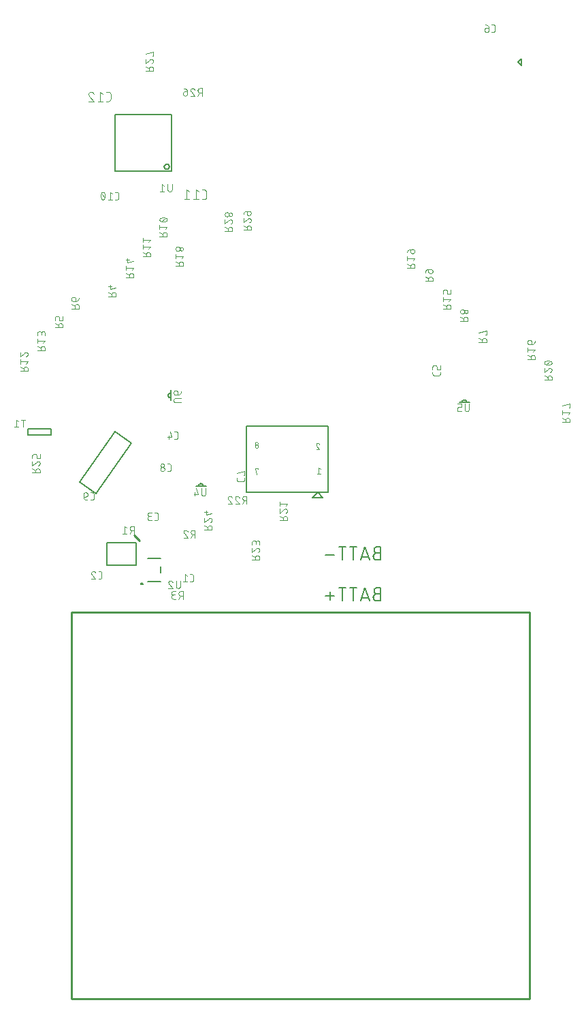
<source format=gbr>
G04 EAGLE Gerber X2 export*
%TF.Part,Single*%
%TF.FileFunction,Legend,Bot,1*%
%TF.FilePolarity,Positive*%
%TF.GenerationSoftware,Autodesk,EAGLE,9.0.1*%
%TF.CreationDate,2018-06-26T08:14:36Z*%
G75*
%MOIN*%
%FSLAX34Y34*%
%LPD*%
%AMOC8*
5,1,8,0,0,1.08239X$1,22.5*%
G01*
%ADD10C,0.010000*%
%ADD11C,0.006000*%
%ADD12C,0.005000*%
%ADD13C,0.003000*%
%ADD14C,0.007874*%
%ADD15C,0.004000*%


D10*
X26063Y937D02*
X3622Y937D01*
X3622Y19835D01*
X26063Y19835D01*
X26063Y937D01*
D11*
X18770Y20736D02*
X18592Y20736D01*
X18567Y20734D01*
X18542Y20729D01*
X18518Y20720D01*
X18496Y20708D01*
X18475Y20693D01*
X18457Y20675D01*
X18442Y20654D01*
X18430Y20632D01*
X18421Y20608D01*
X18416Y20583D01*
X18414Y20558D01*
X18416Y20533D01*
X18421Y20508D01*
X18430Y20484D01*
X18442Y20462D01*
X18457Y20441D01*
X18475Y20423D01*
X18496Y20408D01*
X18518Y20396D01*
X18542Y20387D01*
X18567Y20382D01*
X18592Y20380D01*
X18770Y20380D01*
X18770Y21020D01*
X18592Y21020D01*
X18570Y21018D01*
X18548Y21013D01*
X18528Y21005D01*
X18509Y20993D01*
X18492Y20978D01*
X18477Y20961D01*
X18465Y20942D01*
X18457Y20922D01*
X18452Y20900D01*
X18450Y20878D01*
X18452Y20856D01*
X18457Y20834D01*
X18465Y20814D01*
X18477Y20795D01*
X18492Y20778D01*
X18509Y20763D01*
X18528Y20751D01*
X18548Y20743D01*
X18570Y20738D01*
X18592Y20736D01*
X18219Y20380D02*
X18006Y21020D01*
X17792Y20380D01*
X17846Y20540D02*
X18166Y20540D01*
X17431Y20380D02*
X17431Y21020D01*
X17609Y21020D02*
X17253Y21020D01*
X16898Y21020D02*
X16898Y20380D01*
X17076Y21020D02*
X16720Y21020D01*
X16496Y20629D02*
X16069Y20629D01*
X16283Y20416D02*
X16283Y20842D01*
X18592Y22736D02*
X18770Y22736D01*
X18592Y22736D02*
X18567Y22734D01*
X18542Y22729D01*
X18518Y22720D01*
X18496Y22708D01*
X18475Y22693D01*
X18457Y22675D01*
X18442Y22654D01*
X18430Y22632D01*
X18421Y22608D01*
X18416Y22583D01*
X18414Y22558D01*
X18416Y22533D01*
X18421Y22508D01*
X18430Y22484D01*
X18442Y22462D01*
X18457Y22441D01*
X18475Y22423D01*
X18496Y22408D01*
X18518Y22396D01*
X18542Y22387D01*
X18567Y22382D01*
X18592Y22380D01*
X18770Y22380D01*
X18770Y23020D01*
X18592Y23020D01*
X18570Y23018D01*
X18548Y23013D01*
X18528Y23005D01*
X18509Y22993D01*
X18492Y22978D01*
X18477Y22961D01*
X18465Y22942D01*
X18457Y22922D01*
X18452Y22900D01*
X18450Y22878D01*
X18452Y22856D01*
X18457Y22834D01*
X18465Y22814D01*
X18477Y22795D01*
X18492Y22778D01*
X18509Y22763D01*
X18528Y22751D01*
X18548Y22743D01*
X18570Y22738D01*
X18592Y22736D01*
X18219Y22380D02*
X18006Y23020D01*
X17792Y22380D01*
X17846Y22540D02*
X18166Y22540D01*
X17431Y22380D02*
X17431Y23020D01*
X17609Y23020D02*
X17253Y23020D01*
X16898Y23020D02*
X16898Y22380D01*
X17076Y23020D02*
X16720Y23020D01*
X16496Y22629D02*
X16069Y22629D01*
D10*
X6966Y23331D02*
X6699Y23598D01*
D12*
X8524Y41391D02*
X8524Y41474D01*
X8524Y41478D02*
X8524Y44147D01*
X5768Y44147D01*
X5768Y41391D01*
X8524Y41391D01*
X8179Y41612D02*
X8181Y41634D01*
X8187Y41655D01*
X8196Y41674D01*
X8209Y41692D01*
X8225Y41707D01*
X8243Y41719D01*
X8263Y41727D01*
X8284Y41732D01*
X8305Y41733D01*
X8327Y41730D01*
X8348Y41723D01*
X8367Y41713D01*
X8384Y41699D01*
X8398Y41683D01*
X8409Y41664D01*
X8417Y41644D01*
X8421Y41623D01*
X8421Y41601D01*
X8417Y41580D01*
X8409Y41560D01*
X8398Y41541D01*
X8384Y41525D01*
X8367Y41511D01*
X8348Y41501D01*
X8327Y41494D01*
X8305Y41491D01*
X8284Y41492D01*
X8263Y41497D01*
X8243Y41505D01*
X8225Y41517D01*
X8209Y41532D01*
X8196Y41550D01*
X8187Y41569D01*
X8181Y41590D01*
X8179Y41612D01*
D13*
X8549Y40753D02*
X8549Y40486D01*
X8547Y40467D01*
X8542Y40449D01*
X8534Y40432D01*
X8522Y40417D01*
X8508Y40404D01*
X8492Y40394D01*
X8474Y40387D01*
X8456Y40383D01*
X8436Y40383D01*
X8418Y40387D01*
X8400Y40394D01*
X8384Y40404D01*
X8370Y40417D01*
X8358Y40432D01*
X8350Y40449D01*
X8345Y40467D01*
X8343Y40486D01*
X8344Y40486D02*
X8344Y40753D01*
X8177Y40671D02*
X8074Y40753D01*
X8074Y40383D01*
X7972Y40383D02*
X8177Y40383D01*
D12*
X6796Y23217D02*
X5379Y23217D01*
X5379Y22115D01*
X6796Y22115D01*
X6796Y23217D01*
D13*
X6692Y23661D02*
X6692Y24031D01*
X6589Y24031D01*
X6570Y24029D01*
X6552Y24024D01*
X6535Y24016D01*
X6520Y24004D01*
X6507Y23990D01*
X6497Y23974D01*
X6490Y23956D01*
X6486Y23938D01*
X6486Y23918D01*
X6490Y23900D01*
X6497Y23882D01*
X6507Y23866D01*
X6520Y23852D01*
X6535Y23840D01*
X6552Y23832D01*
X6570Y23827D01*
X6589Y23825D01*
X6692Y23825D01*
X6568Y23825D02*
X6486Y23661D01*
X6334Y23949D02*
X6231Y24031D01*
X6231Y23661D01*
X6334Y23661D02*
X6128Y23661D01*
X9681Y23474D02*
X9681Y23844D01*
X9579Y23844D01*
X9560Y23842D01*
X9542Y23837D01*
X9525Y23829D01*
X9510Y23817D01*
X9497Y23803D01*
X9487Y23787D01*
X9480Y23769D01*
X9476Y23751D01*
X9476Y23731D01*
X9480Y23713D01*
X9487Y23695D01*
X9497Y23679D01*
X9510Y23665D01*
X9525Y23653D01*
X9542Y23645D01*
X9560Y23640D01*
X9579Y23638D01*
X9681Y23638D01*
X9558Y23638D02*
X9476Y23474D01*
X9118Y23751D02*
X9120Y23769D01*
X9125Y23787D01*
X9134Y23803D01*
X9145Y23817D01*
X9159Y23828D01*
X9175Y23837D01*
X9193Y23842D01*
X9211Y23844D01*
X9230Y23843D01*
X9248Y23838D01*
X9265Y23831D01*
X9281Y23821D01*
X9295Y23809D01*
X9307Y23795D01*
X9317Y23779D01*
X9324Y23762D01*
X9149Y23679D02*
X9138Y23691D01*
X9129Y23705D01*
X9123Y23719D01*
X9119Y23735D01*
X9118Y23751D01*
X9149Y23679D02*
X9324Y23474D01*
X9118Y23474D01*
X9427Y21321D02*
X9509Y21321D01*
X9525Y21323D01*
X9540Y21327D01*
X9555Y21335D01*
X9567Y21345D01*
X9577Y21357D01*
X9585Y21372D01*
X9589Y21387D01*
X9591Y21403D01*
X9591Y21609D01*
X9589Y21625D01*
X9585Y21640D01*
X9577Y21655D01*
X9567Y21667D01*
X9555Y21677D01*
X9540Y21685D01*
X9525Y21689D01*
X9509Y21691D01*
X9427Y21691D01*
X9290Y21609D02*
X9188Y21691D01*
X9188Y21321D01*
X9290Y21321D02*
X9085Y21321D01*
X5033Y21461D02*
X4950Y21461D01*
X5033Y21461D02*
X5049Y21463D01*
X5064Y21467D01*
X5079Y21475D01*
X5091Y21485D01*
X5101Y21497D01*
X5109Y21512D01*
X5113Y21527D01*
X5115Y21543D01*
X5115Y21749D01*
X5113Y21765D01*
X5109Y21780D01*
X5101Y21795D01*
X5091Y21807D01*
X5079Y21817D01*
X5064Y21825D01*
X5049Y21829D01*
X5033Y21831D01*
X4950Y21831D01*
X4701Y21831D02*
X4683Y21829D01*
X4665Y21824D01*
X4649Y21815D01*
X4635Y21804D01*
X4624Y21790D01*
X4615Y21774D01*
X4610Y21756D01*
X4608Y21738D01*
X4701Y21831D02*
X4720Y21830D01*
X4738Y21825D01*
X4755Y21818D01*
X4771Y21808D01*
X4785Y21796D01*
X4797Y21782D01*
X4807Y21766D01*
X4814Y21749D01*
X4640Y21666D02*
X4629Y21678D01*
X4620Y21692D01*
X4614Y21706D01*
X4610Y21722D01*
X4609Y21738D01*
X4639Y21666D02*
X4814Y21461D01*
X4608Y21461D01*
X7707Y24317D02*
X7789Y24317D01*
X7789Y24318D02*
X7805Y24320D01*
X7820Y24324D01*
X7835Y24332D01*
X7847Y24342D01*
X7857Y24354D01*
X7865Y24369D01*
X7869Y24384D01*
X7871Y24400D01*
X7872Y24400D02*
X7872Y24605D01*
X7871Y24605D02*
X7869Y24621D01*
X7865Y24636D01*
X7857Y24651D01*
X7847Y24663D01*
X7835Y24673D01*
X7820Y24681D01*
X7805Y24685D01*
X7789Y24687D01*
X7707Y24687D01*
X7571Y24317D02*
X7468Y24317D01*
X7449Y24319D01*
X7431Y24324D01*
X7414Y24332D01*
X7399Y24344D01*
X7386Y24358D01*
X7376Y24374D01*
X7369Y24392D01*
X7365Y24410D01*
X7365Y24430D01*
X7369Y24448D01*
X7376Y24466D01*
X7386Y24482D01*
X7399Y24496D01*
X7414Y24508D01*
X7431Y24516D01*
X7449Y24521D01*
X7468Y24523D01*
X7447Y24687D02*
X7571Y24687D01*
X7447Y24687D02*
X7430Y24685D01*
X7414Y24680D01*
X7399Y24671D01*
X7386Y24660D01*
X7376Y24646D01*
X7369Y24630D01*
X7365Y24614D01*
X7365Y24596D01*
X7369Y24580D01*
X7376Y24564D01*
X7386Y24550D01*
X7399Y24539D01*
X7414Y24530D01*
X7430Y24525D01*
X7447Y24523D01*
X7529Y24523D01*
X9082Y20847D02*
X9082Y20477D01*
X9082Y20847D02*
X8979Y20847D01*
X8979Y20848D02*
X8960Y20846D01*
X8942Y20841D01*
X8925Y20833D01*
X8910Y20821D01*
X8897Y20807D01*
X8887Y20791D01*
X8880Y20773D01*
X8876Y20755D01*
X8876Y20735D01*
X8880Y20717D01*
X8887Y20699D01*
X8897Y20683D01*
X8910Y20669D01*
X8925Y20657D01*
X8942Y20649D01*
X8960Y20644D01*
X8979Y20642D01*
X9082Y20642D01*
X8958Y20642D02*
X8876Y20477D01*
X8724Y20477D02*
X8621Y20477D01*
X8602Y20479D01*
X8584Y20484D01*
X8567Y20492D01*
X8552Y20504D01*
X8539Y20518D01*
X8529Y20534D01*
X8522Y20552D01*
X8518Y20570D01*
X8518Y20590D01*
X8522Y20608D01*
X8529Y20626D01*
X8539Y20642D01*
X8552Y20656D01*
X8567Y20668D01*
X8584Y20676D01*
X8602Y20681D01*
X8621Y20683D01*
X8600Y20847D02*
X8724Y20847D01*
X8600Y20847D02*
X8583Y20845D01*
X8567Y20840D01*
X8552Y20831D01*
X8539Y20820D01*
X8529Y20806D01*
X8522Y20790D01*
X8518Y20774D01*
X8518Y20756D01*
X8522Y20740D01*
X8529Y20724D01*
X8539Y20710D01*
X8552Y20699D01*
X8567Y20690D01*
X8583Y20685D01*
X8600Y20683D01*
X8683Y20683D01*
X5810Y35264D02*
X5440Y35264D01*
X5810Y35264D02*
X5810Y35367D01*
X5808Y35386D01*
X5803Y35404D01*
X5795Y35421D01*
X5783Y35436D01*
X5769Y35449D01*
X5753Y35459D01*
X5735Y35466D01*
X5717Y35470D01*
X5697Y35470D01*
X5679Y35466D01*
X5661Y35459D01*
X5645Y35449D01*
X5631Y35436D01*
X5619Y35421D01*
X5611Y35404D01*
X5606Y35386D01*
X5604Y35367D01*
X5604Y35264D01*
X5604Y35387D02*
X5440Y35469D01*
X5522Y35622D02*
X5810Y35704D01*
X5522Y35622D02*
X5522Y35827D01*
X5604Y35765D02*
X5440Y35765D01*
X3197Y33747D02*
X2827Y33747D01*
X3197Y33747D02*
X3197Y33850D01*
X3195Y33869D01*
X3190Y33887D01*
X3182Y33904D01*
X3170Y33919D01*
X3156Y33932D01*
X3140Y33942D01*
X3122Y33949D01*
X3104Y33953D01*
X3084Y33953D01*
X3066Y33949D01*
X3048Y33942D01*
X3032Y33932D01*
X3018Y33919D01*
X3006Y33904D01*
X2998Y33887D01*
X2993Y33869D01*
X2991Y33850D01*
X2991Y33747D01*
X2991Y33870D02*
X2827Y33953D01*
X2827Y34105D02*
X2827Y34228D01*
X2829Y34244D01*
X2833Y34259D01*
X2841Y34274D01*
X2851Y34286D01*
X2863Y34296D01*
X2878Y34304D01*
X2893Y34308D01*
X2909Y34310D01*
X2950Y34310D01*
X2966Y34308D01*
X2981Y34304D01*
X2996Y34296D01*
X3008Y34286D01*
X3018Y34274D01*
X3026Y34259D01*
X3030Y34244D01*
X3032Y34228D01*
X3032Y34105D01*
X3197Y34105D01*
X3197Y34310D01*
X3627Y34677D02*
X3997Y34677D01*
X3997Y34780D01*
X3995Y34799D01*
X3990Y34817D01*
X3982Y34834D01*
X3970Y34849D01*
X3956Y34862D01*
X3940Y34872D01*
X3922Y34879D01*
X3904Y34883D01*
X3884Y34883D01*
X3866Y34879D01*
X3848Y34872D01*
X3832Y34862D01*
X3818Y34849D01*
X3806Y34834D01*
X3798Y34817D01*
X3793Y34799D01*
X3791Y34780D01*
X3791Y34677D01*
X3791Y34800D02*
X3627Y34883D01*
X3832Y35035D02*
X3832Y35158D01*
X3830Y35174D01*
X3826Y35189D01*
X3818Y35204D01*
X3808Y35216D01*
X3796Y35226D01*
X3781Y35234D01*
X3766Y35238D01*
X3750Y35240D01*
X3729Y35240D01*
X3729Y35241D02*
X3710Y35239D01*
X3692Y35234D01*
X3675Y35226D01*
X3660Y35214D01*
X3647Y35200D01*
X3637Y35184D01*
X3630Y35166D01*
X3626Y35148D01*
X3626Y35128D01*
X3630Y35110D01*
X3637Y35092D01*
X3647Y35076D01*
X3660Y35062D01*
X3675Y35050D01*
X3692Y35042D01*
X3710Y35037D01*
X3729Y35035D01*
X3832Y35035D01*
X3855Y35037D01*
X3878Y35042D01*
X3900Y35050D01*
X3921Y35061D01*
X3939Y35075D01*
X3956Y35092D01*
X3970Y35110D01*
X3981Y35131D01*
X3989Y35153D01*
X3994Y35176D01*
X3996Y35199D01*
X23581Y33031D02*
X23951Y33031D01*
X23951Y33133D01*
X23949Y33152D01*
X23944Y33170D01*
X23936Y33187D01*
X23924Y33202D01*
X23910Y33215D01*
X23894Y33225D01*
X23876Y33232D01*
X23858Y33236D01*
X23838Y33236D01*
X23820Y33232D01*
X23802Y33225D01*
X23786Y33215D01*
X23772Y33202D01*
X23760Y33187D01*
X23752Y33170D01*
X23747Y33152D01*
X23745Y33133D01*
X23745Y33031D01*
X23745Y33154D02*
X23581Y33236D01*
X23910Y33388D02*
X23951Y33388D01*
X23951Y33594D01*
X23581Y33491D01*
X23041Y34064D02*
X22671Y34064D01*
X23041Y34064D02*
X23041Y34167D01*
X23039Y34186D01*
X23034Y34204D01*
X23026Y34221D01*
X23014Y34236D01*
X23000Y34249D01*
X22984Y34259D01*
X22966Y34266D01*
X22948Y34270D01*
X22928Y34270D01*
X22910Y34266D01*
X22892Y34259D01*
X22876Y34249D01*
X22862Y34236D01*
X22850Y34221D01*
X22842Y34204D01*
X22837Y34186D01*
X22835Y34167D01*
X22835Y34064D01*
X22835Y34187D02*
X22671Y34270D01*
X22773Y34422D02*
X22792Y34424D01*
X22810Y34429D01*
X22827Y34437D01*
X22842Y34449D01*
X22855Y34463D01*
X22865Y34479D01*
X22872Y34497D01*
X22876Y34515D01*
X22876Y34535D01*
X22872Y34553D01*
X22865Y34571D01*
X22855Y34587D01*
X22842Y34601D01*
X22827Y34613D01*
X22810Y34621D01*
X22792Y34626D01*
X22773Y34628D01*
X22754Y34626D01*
X22736Y34621D01*
X22719Y34613D01*
X22704Y34601D01*
X22691Y34587D01*
X22681Y34571D01*
X22674Y34553D01*
X22670Y34535D01*
X22670Y34515D01*
X22674Y34497D01*
X22681Y34479D01*
X22691Y34463D01*
X22704Y34449D01*
X22719Y34437D01*
X22736Y34429D01*
X22754Y34424D01*
X22773Y34422D01*
X22958Y34443D02*
X22975Y34445D01*
X22991Y34450D01*
X23006Y34459D01*
X23019Y34470D01*
X23029Y34484D01*
X23036Y34500D01*
X23040Y34516D01*
X23040Y34534D01*
X23036Y34550D01*
X23029Y34566D01*
X23019Y34580D01*
X23006Y34591D01*
X22991Y34600D01*
X22975Y34605D01*
X22958Y34607D01*
X22941Y34605D01*
X22925Y34600D01*
X22910Y34591D01*
X22897Y34580D01*
X22887Y34566D01*
X22880Y34550D01*
X22876Y34534D01*
X22876Y34516D01*
X22880Y34500D01*
X22887Y34484D01*
X22897Y34470D01*
X22910Y34459D01*
X22925Y34450D01*
X22941Y34445D01*
X22958Y34443D01*
X21320Y36031D02*
X20950Y36031D01*
X21320Y36031D02*
X21320Y36133D01*
X21321Y36133D02*
X21319Y36152D01*
X21314Y36170D01*
X21306Y36187D01*
X21294Y36202D01*
X21280Y36215D01*
X21264Y36225D01*
X21246Y36232D01*
X21228Y36236D01*
X21208Y36236D01*
X21190Y36232D01*
X21172Y36225D01*
X21156Y36215D01*
X21142Y36202D01*
X21130Y36187D01*
X21122Y36170D01*
X21117Y36152D01*
X21115Y36133D01*
X21115Y36031D01*
X21115Y36154D02*
X20950Y36236D01*
X21115Y36471D02*
X21115Y36594D01*
X21115Y36471D02*
X21117Y36455D01*
X21121Y36440D01*
X21129Y36425D01*
X21139Y36413D01*
X21151Y36403D01*
X21166Y36395D01*
X21181Y36391D01*
X21197Y36389D01*
X21197Y36388D02*
X21218Y36388D01*
X21237Y36390D01*
X21255Y36395D01*
X21272Y36403D01*
X21287Y36415D01*
X21300Y36429D01*
X21310Y36445D01*
X21317Y36463D01*
X21321Y36481D01*
X21321Y36501D01*
X21317Y36519D01*
X21310Y36537D01*
X21300Y36553D01*
X21287Y36567D01*
X21272Y36579D01*
X21255Y36587D01*
X21237Y36592D01*
X21218Y36594D01*
X21115Y36594D01*
X21092Y36592D01*
X21069Y36587D01*
X21047Y36579D01*
X21026Y36568D01*
X21008Y36554D01*
X20991Y36537D01*
X20977Y36519D01*
X20966Y36498D01*
X20958Y36476D01*
X20953Y36453D01*
X20951Y36430D01*
X8313Y38204D02*
X7943Y38204D01*
X8313Y38204D02*
X8313Y38307D01*
X8311Y38326D01*
X8306Y38344D01*
X8298Y38361D01*
X8286Y38376D01*
X8272Y38389D01*
X8256Y38399D01*
X8238Y38406D01*
X8220Y38410D01*
X8200Y38410D01*
X8182Y38406D01*
X8164Y38399D01*
X8148Y38389D01*
X8134Y38376D01*
X8122Y38361D01*
X8114Y38344D01*
X8109Y38326D01*
X8107Y38307D01*
X8107Y38204D01*
X8107Y38327D02*
X7943Y38409D01*
X8231Y38562D02*
X8313Y38664D01*
X7943Y38664D01*
X7943Y38562D02*
X7943Y38767D01*
X8128Y38921D02*
X8163Y38923D01*
X8197Y38929D01*
X8230Y38938D01*
X8262Y38952D01*
X8276Y38959D01*
X8288Y38968D01*
X8299Y38980D01*
X8307Y38993D01*
X8311Y39008D01*
X8313Y39024D01*
X8311Y39040D01*
X8307Y39055D01*
X8299Y39068D01*
X8288Y39080D01*
X8276Y39089D01*
X8262Y39096D01*
X8230Y39110D01*
X8197Y39119D01*
X8163Y39125D01*
X8128Y39127D01*
X8128Y38921D02*
X8093Y38923D01*
X8059Y38929D01*
X8026Y38938D01*
X7994Y38952D01*
X7980Y38959D01*
X7968Y38968D01*
X7957Y38980D01*
X7949Y38993D01*
X7945Y39008D01*
X7943Y39024D01*
X7994Y39096D02*
X8026Y39110D01*
X8059Y39119D01*
X8093Y39125D01*
X8128Y39127D01*
X7994Y39096D02*
X7980Y39089D01*
X7968Y39080D01*
X7957Y39068D01*
X7949Y39055D01*
X7945Y39040D01*
X7943Y39024D01*
X8025Y38942D02*
X8231Y39107D01*
X7490Y37220D02*
X7120Y37220D01*
X7490Y37220D02*
X7490Y37323D01*
X7488Y37342D01*
X7483Y37360D01*
X7475Y37377D01*
X7463Y37392D01*
X7449Y37405D01*
X7433Y37415D01*
X7415Y37422D01*
X7397Y37426D01*
X7377Y37426D01*
X7359Y37422D01*
X7341Y37415D01*
X7325Y37405D01*
X7311Y37392D01*
X7299Y37377D01*
X7291Y37360D01*
X7286Y37342D01*
X7284Y37323D01*
X7284Y37220D01*
X7284Y37344D02*
X7120Y37426D01*
X7407Y37578D02*
X7490Y37681D01*
X7120Y37681D01*
X7120Y37578D02*
X7120Y37784D01*
X7407Y37938D02*
X7490Y38041D01*
X7120Y38041D01*
X7120Y37938D02*
X7120Y38144D01*
X6666Y36204D02*
X6296Y36204D01*
X6666Y36204D02*
X6666Y36307D01*
X6667Y36307D02*
X6665Y36326D01*
X6660Y36344D01*
X6652Y36361D01*
X6640Y36376D01*
X6626Y36389D01*
X6610Y36399D01*
X6592Y36406D01*
X6574Y36410D01*
X6554Y36410D01*
X6536Y36406D01*
X6518Y36399D01*
X6502Y36389D01*
X6488Y36376D01*
X6476Y36361D01*
X6468Y36344D01*
X6463Y36326D01*
X6461Y36307D01*
X6461Y36204D01*
X6461Y36327D02*
X6296Y36409D01*
X6584Y36562D02*
X6666Y36664D01*
X6296Y36664D01*
X6296Y36562D02*
X6296Y36767D01*
X6379Y36922D02*
X6666Y37004D01*
X6379Y36922D02*
X6379Y37127D01*
X6461Y37065D02*
X6296Y37065D01*
X2330Y32637D02*
X1960Y32637D01*
X2330Y32637D02*
X2330Y32740D01*
X2328Y32759D01*
X2323Y32777D01*
X2315Y32794D01*
X2303Y32809D01*
X2289Y32822D01*
X2273Y32832D01*
X2255Y32839D01*
X2237Y32843D01*
X2217Y32843D01*
X2199Y32839D01*
X2181Y32832D01*
X2165Y32822D01*
X2151Y32809D01*
X2139Y32794D01*
X2131Y32777D01*
X2126Y32759D01*
X2124Y32740D01*
X2124Y32637D01*
X2124Y32760D02*
X1960Y32843D01*
X2248Y32995D02*
X2330Y33098D01*
X1960Y33098D01*
X1960Y33200D02*
X1960Y32995D01*
X1960Y33355D02*
X1960Y33458D01*
X1962Y33477D01*
X1967Y33495D01*
X1975Y33512D01*
X1987Y33527D01*
X2001Y33540D01*
X2017Y33550D01*
X2035Y33557D01*
X2053Y33561D01*
X2073Y33561D01*
X2091Y33557D01*
X2109Y33550D01*
X2125Y33540D01*
X2139Y33527D01*
X2151Y33512D01*
X2159Y33495D01*
X2164Y33477D01*
X2166Y33458D01*
X2330Y33478D02*
X2330Y33355D01*
X2330Y33478D02*
X2328Y33495D01*
X2323Y33511D01*
X2314Y33526D01*
X2303Y33539D01*
X2289Y33549D01*
X2273Y33556D01*
X2257Y33560D01*
X2239Y33560D01*
X2223Y33556D01*
X2207Y33549D01*
X2193Y33539D01*
X2182Y33526D01*
X2173Y33511D01*
X2168Y33495D01*
X2166Y33478D01*
X2166Y33396D01*
X1497Y31617D02*
X1127Y31617D01*
X1497Y31617D02*
X1497Y31720D01*
X1495Y31739D01*
X1490Y31757D01*
X1482Y31774D01*
X1470Y31789D01*
X1456Y31802D01*
X1440Y31812D01*
X1422Y31819D01*
X1404Y31823D01*
X1384Y31823D01*
X1366Y31819D01*
X1348Y31812D01*
X1332Y31802D01*
X1318Y31789D01*
X1306Y31774D01*
X1298Y31757D01*
X1293Y31739D01*
X1291Y31720D01*
X1291Y31617D01*
X1291Y31740D02*
X1127Y31823D01*
X1415Y31975D02*
X1497Y32078D01*
X1127Y32078D01*
X1127Y32180D02*
X1127Y31975D01*
X1497Y32448D02*
X1495Y32466D01*
X1490Y32484D01*
X1481Y32500D01*
X1470Y32514D01*
X1456Y32525D01*
X1440Y32534D01*
X1422Y32539D01*
X1404Y32541D01*
X1497Y32448D02*
X1496Y32429D01*
X1491Y32411D01*
X1484Y32394D01*
X1474Y32378D01*
X1462Y32364D01*
X1448Y32352D01*
X1432Y32342D01*
X1415Y32335D01*
X1332Y32509D02*
X1344Y32520D01*
X1358Y32529D01*
X1372Y32535D01*
X1388Y32539D01*
X1404Y32540D01*
X1332Y32510D02*
X1127Y32335D01*
X1127Y32540D01*
X27661Y29121D02*
X28031Y29121D01*
X28031Y29223D01*
X28029Y29242D01*
X28024Y29260D01*
X28016Y29277D01*
X28004Y29292D01*
X27990Y29305D01*
X27974Y29315D01*
X27956Y29322D01*
X27938Y29326D01*
X27918Y29326D01*
X27900Y29322D01*
X27882Y29315D01*
X27866Y29305D01*
X27852Y29292D01*
X27840Y29277D01*
X27832Y29260D01*
X27827Y29242D01*
X27825Y29223D01*
X27825Y29121D01*
X27825Y29244D02*
X27661Y29326D01*
X27949Y29478D02*
X28031Y29581D01*
X27661Y29581D01*
X27661Y29478D02*
X27661Y29684D01*
X27990Y29838D02*
X28031Y29838D01*
X28031Y30044D01*
X27661Y29941D01*
X26327Y32204D02*
X25957Y32204D01*
X26327Y32204D02*
X26327Y32307D01*
X26328Y32307D02*
X26326Y32326D01*
X26321Y32344D01*
X26313Y32361D01*
X26301Y32376D01*
X26287Y32389D01*
X26271Y32399D01*
X26253Y32406D01*
X26235Y32410D01*
X26215Y32410D01*
X26197Y32406D01*
X26179Y32399D01*
X26163Y32389D01*
X26149Y32376D01*
X26137Y32361D01*
X26129Y32344D01*
X26124Y32326D01*
X26122Y32307D01*
X26122Y32204D01*
X26122Y32327D02*
X25957Y32410D01*
X26245Y32562D02*
X26327Y32665D01*
X25957Y32665D01*
X25957Y32767D02*
X25957Y32562D01*
X26163Y32922D02*
X26163Y33045D01*
X26161Y33061D01*
X26157Y33076D01*
X26149Y33091D01*
X26139Y33103D01*
X26127Y33113D01*
X26112Y33121D01*
X26097Y33125D01*
X26081Y33127D01*
X26060Y33127D01*
X26060Y33128D02*
X26041Y33126D01*
X26023Y33121D01*
X26006Y33113D01*
X25991Y33101D01*
X25978Y33087D01*
X25968Y33071D01*
X25961Y33053D01*
X25957Y33035D01*
X25957Y33015D01*
X25961Y32997D01*
X25968Y32979D01*
X25978Y32963D01*
X25991Y32949D01*
X26006Y32937D01*
X26023Y32929D01*
X26041Y32924D01*
X26060Y32922D01*
X26163Y32922D01*
X26186Y32924D01*
X26209Y32929D01*
X26231Y32937D01*
X26252Y32948D01*
X26270Y32962D01*
X26287Y32979D01*
X26301Y32997D01*
X26312Y33018D01*
X26320Y33040D01*
X26325Y33063D01*
X26327Y33086D01*
X22197Y34671D02*
X21827Y34671D01*
X22197Y34671D02*
X22197Y34773D01*
X22195Y34792D01*
X22190Y34810D01*
X22182Y34827D01*
X22170Y34842D01*
X22156Y34855D01*
X22140Y34865D01*
X22122Y34872D01*
X22104Y34876D01*
X22084Y34876D01*
X22066Y34872D01*
X22048Y34865D01*
X22032Y34855D01*
X22018Y34842D01*
X22006Y34827D01*
X21998Y34810D01*
X21993Y34792D01*
X21991Y34773D01*
X21992Y34773D02*
X21992Y34671D01*
X21992Y34794D02*
X21827Y34876D01*
X22115Y35028D02*
X22197Y35131D01*
X21827Y35131D01*
X21827Y35028D02*
X21827Y35234D01*
X21827Y35388D02*
X21827Y35512D01*
X21829Y35528D01*
X21833Y35543D01*
X21841Y35558D01*
X21851Y35570D01*
X21863Y35580D01*
X21878Y35588D01*
X21893Y35592D01*
X21909Y35594D01*
X21950Y35594D01*
X21966Y35592D01*
X21981Y35588D01*
X21996Y35580D01*
X22008Y35570D01*
X22018Y35558D01*
X22026Y35543D01*
X22030Y35528D01*
X22032Y35512D01*
X22033Y35512D02*
X22033Y35388D01*
X22197Y35388D01*
X22197Y35594D01*
X20444Y36654D02*
X20074Y36654D01*
X20444Y36654D02*
X20444Y36757D01*
X20442Y36776D01*
X20437Y36794D01*
X20429Y36811D01*
X20417Y36826D01*
X20403Y36839D01*
X20387Y36849D01*
X20369Y36856D01*
X20351Y36860D01*
X20331Y36860D01*
X20313Y36856D01*
X20295Y36849D01*
X20279Y36839D01*
X20265Y36826D01*
X20253Y36811D01*
X20245Y36794D01*
X20240Y36776D01*
X20238Y36757D01*
X20238Y36654D01*
X20238Y36777D02*
X20074Y36860D01*
X20361Y37012D02*
X20444Y37115D01*
X20074Y37115D01*
X20074Y37217D02*
X20074Y37012D01*
X20238Y37454D02*
X20238Y37577D01*
X20238Y37454D02*
X20240Y37438D01*
X20244Y37423D01*
X20252Y37408D01*
X20262Y37396D01*
X20274Y37386D01*
X20289Y37378D01*
X20304Y37374D01*
X20320Y37372D01*
X20341Y37372D01*
X20360Y37374D01*
X20378Y37379D01*
X20395Y37387D01*
X20410Y37399D01*
X20423Y37413D01*
X20433Y37429D01*
X20440Y37447D01*
X20444Y37465D01*
X20444Y37485D01*
X20440Y37503D01*
X20433Y37521D01*
X20423Y37537D01*
X20410Y37551D01*
X20395Y37563D01*
X20378Y37571D01*
X20360Y37576D01*
X20341Y37578D01*
X20341Y37577D02*
X20238Y37577D01*
X20215Y37575D01*
X20192Y37570D01*
X20170Y37562D01*
X20149Y37551D01*
X20131Y37537D01*
X20114Y37520D01*
X20100Y37502D01*
X20089Y37481D01*
X20081Y37459D01*
X20076Y37436D01*
X20074Y37413D01*
X9103Y36771D02*
X8733Y36771D01*
X9103Y36771D02*
X9103Y36873D01*
X9101Y36892D01*
X9096Y36910D01*
X9088Y36927D01*
X9076Y36942D01*
X9062Y36955D01*
X9046Y36965D01*
X9028Y36972D01*
X9010Y36976D01*
X8990Y36976D01*
X8972Y36972D01*
X8954Y36965D01*
X8938Y36955D01*
X8924Y36942D01*
X8912Y36927D01*
X8904Y36910D01*
X8899Y36892D01*
X8897Y36873D01*
X8897Y36771D01*
X8897Y36894D02*
X8733Y36976D01*
X9020Y37128D02*
X9103Y37231D01*
X8733Y37231D01*
X8733Y37128D02*
X8733Y37334D01*
X8835Y37488D02*
X8854Y37490D01*
X8872Y37495D01*
X8889Y37503D01*
X8904Y37515D01*
X8917Y37529D01*
X8927Y37545D01*
X8934Y37563D01*
X8938Y37581D01*
X8938Y37601D01*
X8934Y37619D01*
X8927Y37637D01*
X8917Y37653D01*
X8904Y37667D01*
X8889Y37679D01*
X8872Y37687D01*
X8854Y37692D01*
X8835Y37694D01*
X8816Y37692D01*
X8798Y37687D01*
X8781Y37679D01*
X8766Y37667D01*
X8753Y37653D01*
X8743Y37637D01*
X8736Y37619D01*
X8732Y37601D01*
X8732Y37581D01*
X8736Y37563D01*
X8743Y37545D01*
X8753Y37529D01*
X8766Y37515D01*
X8781Y37503D01*
X8798Y37495D01*
X8816Y37490D01*
X8835Y37488D01*
X9020Y37509D02*
X9037Y37511D01*
X9053Y37516D01*
X9068Y37525D01*
X9081Y37536D01*
X9091Y37550D01*
X9098Y37566D01*
X9102Y37582D01*
X9102Y37600D01*
X9098Y37616D01*
X9091Y37632D01*
X9081Y37646D01*
X9068Y37657D01*
X9053Y37666D01*
X9037Y37671D01*
X9020Y37673D01*
X9003Y37671D01*
X8987Y37666D01*
X8972Y37657D01*
X8959Y37646D01*
X8949Y37632D01*
X8942Y37616D01*
X8938Y37600D01*
X8938Y37582D01*
X8942Y37566D01*
X8949Y37550D01*
X8959Y37536D01*
X8972Y37525D01*
X8987Y37516D01*
X9003Y37511D01*
X9020Y37509D01*
D11*
X8491Y30683D02*
X8491Y30553D01*
X8491Y30313D01*
X8491Y30183D01*
X8491Y30313D02*
X8470Y30315D01*
X8450Y30320D01*
X8431Y30329D01*
X8414Y30341D01*
X8399Y30356D01*
X8387Y30373D01*
X8378Y30392D01*
X8373Y30412D01*
X8371Y30433D01*
X8373Y30454D01*
X8378Y30474D01*
X8387Y30493D01*
X8399Y30510D01*
X8414Y30525D01*
X8431Y30537D01*
X8450Y30546D01*
X8470Y30551D01*
X8491Y30553D01*
D13*
X8731Y30083D02*
X8998Y30083D01*
X8731Y30083D02*
X8712Y30085D01*
X8694Y30090D01*
X8677Y30098D01*
X8662Y30110D01*
X8649Y30124D01*
X8639Y30140D01*
X8632Y30158D01*
X8628Y30176D01*
X8628Y30196D01*
X8632Y30214D01*
X8639Y30232D01*
X8649Y30248D01*
X8662Y30262D01*
X8677Y30274D01*
X8694Y30282D01*
X8712Y30287D01*
X8731Y30289D01*
X8998Y30289D01*
X8833Y30455D02*
X8833Y30578D01*
X8831Y30594D01*
X8827Y30609D01*
X8819Y30624D01*
X8809Y30636D01*
X8797Y30646D01*
X8782Y30654D01*
X8767Y30658D01*
X8751Y30660D01*
X8751Y30661D02*
X8731Y30661D01*
X8712Y30659D01*
X8694Y30654D01*
X8677Y30646D01*
X8662Y30634D01*
X8649Y30620D01*
X8639Y30604D01*
X8632Y30586D01*
X8628Y30568D01*
X8628Y30548D01*
X8632Y30530D01*
X8639Y30512D01*
X8649Y30496D01*
X8662Y30482D01*
X8677Y30470D01*
X8694Y30462D01*
X8712Y30457D01*
X8731Y30455D01*
X8833Y30455D01*
X8856Y30457D01*
X8879Y30462D01*
X8901Y30470D01*
X8922Y30481D01*
X8940Y30495D01*
X8957Y30512D01*
X8971Y30530D01*
X8982Y30551D01*
X8990Y30573D01*
X8995Y30596D01*
X8997Y30619D01*
D11*
X22986Y30089D02*
X23116Y30089D01*
X22986Y30089D02*
X22746Y30089D01*
X22616Y30089D01*
X22746Y30089D02*
X22748Y30110D01*
X22753Y30130D01*
X22762Y30149D01*
X22774Y30166D01*
X22789Y30181D01*
X22806Y30193D01*
X22825Y30202D01*
X22845Y30207D01*
X22866Y30209D01*
X22887Y30207D01*
X22907Y30202D01*
X22926Y30193D01*
X22943Y30181D01*
X22958Y30166D01*
X22970Y30149D01*
X22979Y30130D01*
X22984Y30110D01*
X22986Y30089D01*
D13*
X23094Y30019D02*
X23094Y29752D01*
X23092Y29733D01*
X23087Y29715D01*
X23079Y29698D01*
X23067Y29683D01*
X23053Y29670D01*
X23037Y29660D01*
X23019Y29653D01*
X23001Y29649D01*
X22981Y29649D01*
X22963Y29653D01*
X22945Y29660D01*
X22929Y29670D01*
X22915Y29683D01*
X22903Y29698D01*
X22895Y29715D01*
X22890Y29733D01*
X22888Y29752D01*
X22888Y30019D01*
X22722Y29649D02*
X22598Y29649D01*
X22598Y29650D02*
X22582Y29652D01*
X22567Y29656D01*
X22552Y29664D01*
X22540Y29674D01*
X22530Y29686D01*
X22522Y29701D01*
X22518Y29716D01*
X22516Y29732D01*
X22516Y29773D01*
X22518Y29789D01*
X22522Y29804D01*
X22530Y29819D01*
X22540Y29831D01*
X22552Y29841D01*
X22567Y29849D01*
X22582Y29853D01*
X22598Y29855D01*
X22722Y29855D01*
X22722Y30019D01*
X22516Y30019D01*
D11*
X25494Y46721D02*
X25651Y46879D01*
X25651Y46564D01*
X25494Y46721D01*
D13*
X26784Y31204D02*
X27154Y31204D01*
X27154Y31307D01*
X27152Y31326D01*
X27147Y31344D01*
X27139Y31361D01*
X27127Y31376D01*
X27113Y31389D01*
X27097Y31399D01*
X27079Y31406D01*
X27061Y31410D01*
X27041Y31410D01*
X27023Y31406D01*
X27005Y31399D01*
X26989Y31389D01*
X26975Y31376D01*
X26963Y31361D01*
X26955Y31344D01*
X26950Y31326D01*
X26948Y31307D01*
X26949Y31307D02*
X26949Y31204D01*
X26949Y31327D02*
X26784Y31410D01*
X27062Y31768D02*
X27080Y31766D01*
X27098Y31761D01*
X27114Y31752D01*
X27128Y31741D01*
X27139Y31727D01*
X27148Y31711D01*
X27153Y31693D01*
X27155Y31675D01*
X27154Y31675D02*
X27153Y31656D01*
X27148Y31638D01*
X27141Y31621D01*
X27131Y31605D01*
X27119Y31591D01*
X27105Y31579D01*
X27089Y31569D01*
X27072Y31562D01*
X26990Y31736D02*
X27002Y31747D01*
X27016Y31756D01*
X27030Y31762D01*
X27046Y31766D01*
X27062Y31767D01*
X26990Y31737D02*
X26784Y31562D01*
X26784Y31767D01*
X26969Y31922D02*
X27004Y31924D01*
X27038Y31930D01*
X27071Y31939D01*
X27103Y31953D01*
X27117Y31960D01*
X27129Y31969D01*
X27140Y31981D01*
X27148Y31994D01*
X27152Y32009D01*
X27154Y32025D01*
X27152Y32041D01*
X27148Y32056D01*
X27140Y32069D01*
X27129Y32081D01*
X27117Y32090D01*
X27103Y32097D01*
X27103Y32096D02*
X27071Y32110D01*
X27038Y32119D01*
X27004Y32125D01*
X26969Y32127D01*
X26969Y31922D02*
X26934Y31924D01*
X26900Y31930D01*
X26867Y31939D01*
X26835Y31953D01*
X26821Y31960D01*
X26809Y31969D01*
X26798Y31981D01*
X26790Y31994D01*
X26786Y32009D01*
X26784Y32025D01*
X26835Y32096D02*
X26867Y32110D01*
X26900Y32119D01*
X26934Y32125D01*
X26969Y32127D01*
X26835Y32097D02*
X26821Y32090D01*
X26809Y32081D01*
X26798Y32069D01*
X26790Y32056D01*
X26786Y32041D01*
X26784Y32025D01*
X26866Y31942D02*
X27072Y32107D01*
X8753Y28298D02*
X8671Y28298D01*
X8753Y28299D02*
X8769Y28301D01*
X8784Y28305D01*
X8799Y28313D01*
X8811Y28323D01*
X8821Y28335D01*
X8829Y28350D01*
X8833Y28365D01*
X8835Y28381D01*
X8835Y28586D01*
X8833Y28602D01*
X8829Y28617D01*
X8821Y28632D01*
X8811Y28644D01*
X8799Y28654D01*
X8784Y28662D01*
X8769Y28666D01*
X8753Y28668D01*
X8671Y28668D01*
X8452Y28668D02*
X8534Y28381D01*
X8328Y28381D01*
X8390Y28463D02*
X8390Y28298D01*
X21315Y31480D02*
X21315Y31563D01*
X21315Y31480D02*
X21317Y31464D01*
X21321Y31449D01*
X21329Y31434D01*
X21339Y31422D01*
X21351Y31412D01*
X21366Y31404D01*
X21381Y31400D01*
X21397Y31398D01*
X21603Y31398D01*
X21619Y31400D01*
X21634Y31404D01*
X21649Y31412D01*
X21661Y31422D01*
X21671Y31434D01*
X21679Y31449D01*
X21683Y31464D01*
X21685Y31480D01*
X21685Y31563D01*
X21315Y31699D02*
X21315Y31823D01*
X21317Y31839D01*
X21321Y31854D01*
X21329Y31869D01*
X21339Y31881D01*
X21351Y31891D01*
X21366Y31899D01*
X21381Y31903D01*
X21397Y31905D01*
X21438Y31905D01*
X21454Y31903D01*
X21469Y31899D01*
X21484Y31891D01*
X21496Y31881D01*
X21506Y31869D01*
X21514Y31854D01*
X21518Y31839D01*
X21520Y31823D01*
X21521Y31823D02*
X21521Y31699D01*
X21685Y31699D01*
X21685Y31905D01*
X24203Y48189D02*
X24285Y48189D01*
X24285Y48190D02*
X24301Y48192D01*
X24316Y48196D01*
X24331Y48204D01*
X24343Y48214D01*
X24353Y48226D01*
X24361Y48241D01*
X24365Y48256D01*
X24367Y48272D01*
X24368Y48272D02*
X24368Y48477D01*
X24367Y48477D02*
X24365Y48493D01*
X24361Y48508D01*
X24353Y48523D01*
X24343Y48535D01*
X24331Y48545D01*
X24316Y48553D01*
X24301Y48557D01*
X24285Y48559D01*
X24203Y48559D01*
X24067Y48395D02*
X23943Y48395D01*
X23927Y48393D01*
X23912Y48389D01*
X23897Y48381D01*
X23885Y48371D01*
X23875Y48359D01*
X23867Y48344D01*
X23863Y48329D01*
X23861Y48313D01*
X23861Y48292D01*
X23863Y48273D01*
X23868Y48255D01*
X23876Y48238D01*
X23888Y48223D01*
X23902Y48210D01*
X23918Y48200D01*
X23936Y48193D01*
X23954Y48189D01*
X23974Y48189D01*
X23992Y48193D01*
X24010Y48200D01*
X24026Y48210D01*
X24040Y48223D01*
X24052Y48238D01*
X24060Y48255D01*
X24065Y48273D01*
X24067Y48292D01*
X24067Y48395D01*
X24066Y48395D02*
X24064Y48418D01*
X24059Y48441D01*
X24051Y48463D01*
X24040Y48484D01*
X24026Y48502D01*
X24009Y48519D01*
X23991Y48533D01*
X23970Y48544D01*
X23948Y48552D01*
X23925Y48557D01*
X23902Y48559D01*
D12*
X7985Y22063D02*
X7985Y21748D01*
X7985Y21335D02*
X7355Y21335D01*
X7355Y22477D02*
X7985Y22477D01*
D14*
X7040Y21217D02*
X7042Y21229D01*
X7047Y21240D01*
X7056Y21249D01*
X7067Y21254D01*
X7079Y21256D01*
X7091Y21254D01*
X7102Y21249D01*
X7111Y21240D01*
X7116Y21229D01*
X7118Y21217D01*
X7116Y21205D01*
X7111Y21194D01*
X7102Y21185D01*
X7091Y21180D01*
X7079Y21178D01*
X7067Y21180D01*
X7056Y21185D01*
X7047Y21194D01*
X7042Y21205D01*
X7040Y21217D01*
D13*
X8958Y21109D02*
X8958Y21376D01*
X8958Y21109D02*
X8956Y21090D01*
X8951Y21072D01*
X8943Y21055D01*
X8931Y21040D01*
X8917Y21027D01*
X8901Y21017D01*
X8883Y21010D01*
X8865Y21006D01*
X8845Y21006D01*
X8827Y21010D01*
X8809Y21017D01*
X8793Y21027D01*
X8779Y21040D01*
X8767Y21055D01*
X8759Y21072D01*
X8754Y21090D01*
X8752Y21109D01*
X8753Y21109D02*
X8753Y21376D01*
X8473Y21376D02*
X8455Y21374D01*
X8437Y21369D01*
X8421Y21360D01*
X8407Y21349D01*
X8396Y21335D01*
X8387Y21319D01*
X8382Y21301D01*
X8380Y21283D01*
X8473Y21376D02*
X8492Y21375D01*
X8510Y21370D01*
X8527Y21363D01*
X8543Y21353D01*
X8557Y21341D01*
X8569Y21327D01*
X8579Y21311D01*
X8586Y21294D01*
X8412Y21211D02*
X8401Y21223D01*
X8392Y21237D01*
X8386Y21251D01*
X8382Y21267D01*
X8381Y21283D01*
X8411Y21212D02*
X8586Y21006D01*
X8381Y21006D01*
X11730Y26307D02*
X11730Y26389D01*
X11730Y26307D02*
X11732Y26291D01*
X11736Y26276D01*
X11744Y26261D01*
X11754Y26249D01*
X11766Y26239D01*
X11781Y26231D01*
X11796Y26227D01*
X11812Y26225D01*
X11812Y26224D02*
X12017Y26224D01*
X12017Y26225D02*
X12033Y26227D01*
X12048Y26231D01*
X12063Y26239D01*
X12075Y26249D01*
X12085Y26261D01*
X12093Y26276D01*
X12097Y26291D01*
X12099Y26307D01*
X12100Y26307D02*
X12100Y26389D01*
X12100Y26525D02*
X12059Y26525D01*
X12100Y26525D02*
X12100Y26731D01*
X11730Y26628D01*
D11*
X10218Y25995D02*
X10088Y25995D01*
X9848Y25995D01*
X9718Y25995D01*
X9848Y25995D02*
X9850Y26016D01*
X9855Y26036D01*
X9864Y26055D01*
X9876Y26072D01*
X9891Y26087D01*
X9908Y26099D01*
X9927Y26108D01*
X9947Y26113D01*
X9968Y26115D01*
X9989Y26113D01*
X10009Y26108D01*
X10028Y26099D01*
X10045Y26087D01*
X10060Y26072D01*
X10072Y26055D01*
X10081Y26036D01*
X10086Y26016D01*
X10088Y25995D01*
D13*
X10195Y25892D02*
X10195Y25625D01*
X10193Y25606D01*
X10188Y25588D01*
X10180Y25571D01*
X10168Y25556D01*
X10154Y25543D01*
X10138Y25533D01*
X10120Y25526D01*
X10102Y25522D01*
X10082Y25522D01*
X10064Y25526D01*
X10046Y25533D01*
X10030Y25543D01*
X10016Y25556D01*
X10004Y25571D01*
X9996Y25588D01*
X9991Y25606D01*
X9989Y25625D01*
X9989Y25892D01*
X9741Y25892D02*
X9823Y25604D01*
X9617Y25604D01*
X9679Y25686D02*
X9679Y25522D01*
X8408Y26719D02*
X8325Y26719D01*
X8408Y26720D02*
X8424Y26722D01*
X8439Y26726D01*
X8454Y26734D01*
X8466Y26744D01*
X8476Y26756D01*
X8484Y26771D01*
X8488Y26786D01*
X8490Y26802D01*
X8490Y27007D01*
X8488Y27023D01*
X8484Y27038D01*
X8476Y27053D01*
X8466Y27065D01*
X8454Y27075D01*
X8439Y27083D01*
X8424Y27087D01*
X8408Y27089D01*
X8325Y27089D01*
X8189Y26822D02*
X8187Y26841D01*
X8182Y26859D01*
X8174Y26876D01*
X8162Y26891D01*
X8148Y26904D01*
X8132Y26914D01*
X8114Y26921D01*
X8096Y26925D01*
X8076Y26925D01*
X8058Y26921D01*
X8040Y26914D01*
X8024Y26904D01*
X8010Y26891D01*
X7998Y26876D01*
X7990Y26859D01*
X7985Y26841D01*
X7983Y26822D01*
X7985Y26803D01*
X7990Y26785D01*
X7998Y26768D01*
X8010Y26753D01*
X8024Y26740D01*
X8040Y26730D01*
X8058Y26723D01*
X8076Y26719D01*
X8096Y26719D01*
X8114Y26723D01*
X8132Y26730D01*
X8148Y26740D01*
X8162Y26753D01*
X8174Y26768D01*
X8182Y26785D01*
X8187Y26803D01*
X8189Y26822D01*
X8168Y27007D02*
X8166Y27024D01*
X8161Y27040D01*
X8152Y27055D01*
X8141Y27068D01*
X8127Y27078D01*
X8111Y27085D01*
X8095Y27089D01*
X8077Y27089D01*
X8061Y27085D01*
X8045Y27078D01*
X8031Y27068D01*
X8020Y27055D01*
X8011Y27040D01*
X8006Y27024D01*
X8004Y27007D01*
X8006Y26990D01*
X8011Y26974D01*
X8020Y26959D01*
X8031Y26946D01*
X8045Y26936D01*
X8061Y26929D01*
X8077Y26925D01*
X8095Y26925D01*
X8111Y26929D01*
X8127Y26936D01*
X8141Y26946D01*
X8152Y26959D01*
X8161Y26974D01*
X8166Y26990D01*
X8168Y27007D01*
X13829Y24317D02*
X14199Y24317D01*
X14199Y24420D01*
X14197Y24439D01*
X14192Y24457D01*
X14184Y24474D01*
X14172Y24489D01*
X14158Y24502D01*
X14142Y24512D01*
X14124Y24519D01*
X14106Y24523D01*
X14086Y24523D01*
X14068Y24519D01*
X14050Y24512D01*
X14034Y24502D01*
X14020Y24489D01*
X14008Y24474D01*
X14000Y24457D01*
X13995Y24439D01*
X13993Y24420D01*
X13994Y24420D02*
X13994Y24317D01*
X13994Y24440D02*
X13829Y24523D01*
X14107Y24881D02*
X14125Y24879D01*
X14143Y24874D01*
X14159Y24865D01*
X14173Y24854D01*
X14184Y24840D01*
X14193Y24824D01*
X14198Y24806D01*
X14200Y24788D01*
X14199Y24788D02*
X14198Y24769D01*
X14193Y24751D01*
X14186Y24734D01*
X14176Y24718D01*
X14164Y24704D01*
X14150Y24692D01*
X14134Y24682D01*
X14117Y24675D01*
X14035Y24849D02*
X14047Y24860D01*
X14061Y24869D01*
X14075Y24875D01*
X14091Y24879D01*
X14107Y24880D01*
X14035Y24850D02*
X13829Y24675D01*
X13829Y24880D01*
X14117Y25035D02*
X14199Y25138D01*
X13829Y25138D01*
X13829Y25240D02*
X13829Y25035D01*
X12213Y25137D02*
X12213Y25507D01*
X12110Y25507D01*
X12110Y25508D02*
X12091Y25506D01*
X12073Y25501D01*
X12056Y25493D01*
X12041Y25481D01*
X12028Y25467D01*
X12018Y25451D01*
X12011Y25433D01*
X12007Y25415D01*
X12007Y25395D01*
X12011Y25377D01*
X12018Y25359D01*
X12028Y25343D01*
X12041Y25329D01*
X12056Y25317D01*
X12073Y25309D01*
X12091Y25304D01*
X12110Y25302D01*
X12213Y25302D01*
X12089Y25302D02*
X12007Y25137D01*
X11649Y25415D02*
X11651Y25433D01*
X11656Y25451D01*
X11665Y25467D01*
X11676Y25481D01*
X11690Y25492D01*
X11706Y25501D01*
X11724Y25506D01*
X11742Y25508D01*
X11761Y25507D01*
X11779Y25502D01*
X11796Y25495D01*
X11812Y25485D01*
X11826Y25473D01*
X11838Y25459D01*
X11848Y25443D01*
X11855Y25426D01*
X11681Y25343D02*
X11670Y25355D01*
X11661Y25369D01*
X11655Y25383D01*
X11651Y25399D01*
X11650Y25415D01*
X11680Y25343D02*
X11855Y25137D01*
X11649Y25137D01*
X11289Y25415D02*
X11291Y25433D01*
X11296Y25451D01*
X11305Y25467D01*
X11316Y25481D01*
X11330Y25492D01*
X11346Y25501D01*
X11364Y25506D01*
X11382Y25508D01*
X11401Y25507D01*
X11419Y25502D01*
X11436Y25495D01*
X11452Y25485D01*
X11466Y25473D01*
X11478Y25459D01*
X11488Y25443D01*
X11495Y25426D01*
X11321Y25343D02*
X11310Y25355D01*
X11301Y25369D01*
X11295Y25383D01*
X11291Y25399D01*
X11290Y25415D01*
X11320Y25343D02*
X11495Y25137D01*
X11289Y25137D01*
X12469Y22404D02*
X12839Y22404D01*
X12839Y22507D01*
X12837Y22526D01*
X12832Y22544D01*
X12824Y22561D01*
X12812Y22576D01*
X12798Y22589D01*
X12782Y22599D01*
X12764Y22606D01*
X12746Y22610D01*
X12726Y22610D01*
X12708Y22606D01*
X12690Y22599D01*
X12674Y22589D01*
X12660Y22576D01*
X12648Y22561D01*
X12640Y22544D01*
X12635Y22526D01*
X12633Y22507D01*
X12634Y22507D02*
X12634Y22404D01*
X12634Y22527D02*
X12469Y22610D01*
X12747Y22968D02*
X12765Y22966D01*
X12783Y22961D01*
X12799Y22952D01*
X12813Y22941D01*
X12824Y22927D01*
X12833Y22911D01*
X12838Y22893D01*
X12840Y22875D01*
X12839Y22875D02*
X12838Y22856D01*
X12833Y22838D01*
X12826Y22821D01*
X12816Y22805D01*
X12804Y22791D01*
X12790Y22779D01*
X12774Y22769D01*
X12757Y22762D01*
X12675Y22936D02*
X12687Y22947D01*
X12701Y22956D01*
X12715Y22962D01*
X12731Y22966D01*
X12747Y22967D01*
X12675Y22936D02*
X12469Y22762D01*
X12469Y22967D01*
X12469Y23122D02*
X12469Y23225D01*
X12471Y23244D01*
X12476Y23262D01*
X12484Y23279D01*
X12496Y23294D01*
X12510Y23307D01*
X12526Y23317D01*
X12544Y23324D01*
X12562Y23328D01*
X12582Y23328D01*
X12600Y23324D01*
X12618Y23317D01*
X12634Y23307D01*
X12648Y23294D01*
X12660Y23279D01*
X12668Y23262D01*
X12673Y23244D01*
X12675Y23225D01*
X12839Y23245D02*
X12839Y23122D01*
X12839Y23245D02*
X12837Y23262D01*
X12832Y23278D01*
X12823Y23293D01*
X12812Y23306D01*
X12798Y23316D01*
X12782Y23323D01*
X12766Y23327D01*
X12748Y23327D01*
X12732Y23323D01*
X12716Y23316D01*
X12702Y23306D01*
X12691Y23293D01*
X12682Y23278D01*
X12677Y23262D01*
X12675Y23245D01*
X12675Y23163D01*
X10514Y23866D02*
X10144Y23866D01*
X10514Y23866D02*
X10514Y23969D01*
X10512Y23988D01*
X10507Y24006D01*
X10499Y24023D01*
X10487Y24038D01*
X10473Y24051D01*
X10457Y24061D01*
X10439Y24068D01*
X10421Y24072D01*
X10401Y24072D01*
X10383Y24068D01*
X10365Y24061D01*
X10349Y24051D01*
X10335Y24038D01*
X10323Y24023D01*
X10315Y24006D01*
X10310Y23988D01*
X10308Y23969D01*
X10308Y23866D01*
X10308Y23989D02*
X10144Y24072D01*
X10421Y24430D02*
X10439Y24428D01*
X10457Y24423D01*
X10473Y24414D01*
X10487Y24403D01*
X10498Y24389D01*
X10507Y24373D01*
X10512Y24355D01*
X10514Y24337D01*
X10513Y24318D01*
X10508Y24300D01*
X10501Y24283D01*
X10491Y24267D01*
X10479Y24253D01*
X10465Y24241D01*
X10449Y24231D01*
X10432Y24224D01*
X10349Y24398D02*
X10361Y24409D01*
X10375Y24418D01*
X10389Y24424D01*
X10405Y24428D01*
X10421Y24429D01*
X10349Y24398D02*
X10144Y24224D01*
X10144Y24429D01*
X10226Y24584D02*
X10514Y24666D01*
X10226Y24584D02*
X10226Y24789D01*
X10308Y24728D02*
X10144Y24728D01*
D11*
X2632Y28780D02*
X1492Y28780D01*
X1492Y28480D01*
X2632Y28480D01*
X2632Y28780D01*
D15*
X1269Y28884D02*
X1269Y29244D01*
X1369Y29244D02*
X1169Y29244D01*
X1033Y29164D02*
X933Y29244D01*
X933Y28884D01*
X1033Y28884D02*
X833Y28884D01*
D13*
X1715Y26645D02*
X2085Y26645D01*
X2085Y26748D01*
X2083Y26767D01*
X2078Y26785D01*
X2070Y26802D01*
X2058Y26817D01*
X2044Y26830D01*
X2028Y26840D01*
X2010Y26847D01*
X1992Y26851D01*
X1972Y26851D01*
X1954Y26847D01*
X1936Y26840D01*
X1920Y26830D01*
X1906Y26817D01*
X1894Y26802D01*
X1886Y26785D01*
X1881Y26767D01*
X1879Y26748D01*
X1879Y26645D01*
X1879Y26768D02*
X1715Y26851D01*
X1992Y27209D02*
X2010Y27207D01*
X2028Y27202D01*
X2044Y27193D01*
X2058Y27182D01*
X2069Y27168D01*
X2078Y27152D01*
X2083Y27134D01*
X2085Y27116D01*
X2084Y27097D01*
X2079Y27079D01*
X2072Y27062D01*
X2062Y27046D01*
X2050Y27032D01*
X2036Y27020D01*
X2020Y27010D01*
X2003Y27003D01*
X1920Y27177D02*
X1932Y27188D01*
X1946Y27197D01*
X1960Y27203D01*
X1976Y27207D01*
X1992Y27208D01*
X1921Y27177D02*
X1715Y27003D01*
X1715Y27208D01*
X1715Y27363D02*
X1715Y27486D01*
X1717Y27502D01*
X1721Y27517D01*
X1729Y27532D01*
X1739Y27544D01*
X1751Y27554D01*
X1766Y27562D01*
X1781Y27566D01*
X1797Y27568D01*
X1838Y27568D01*
X1854Y27566D01*
X1869Y27562D01*
X1884Y27554D01*
X1896Y27544D01*
X1906Y27532D01*
X1914Y27517D01*
X1918Y27502D01*
X1920Y27486D01*
X1921Y27486D02*
X1921Y27363D01*
X2085Y27363D01*
X2085Y27568D01*
X4561Y25313D02*
X4643Y25313D01*
X4659Y25315D01*
X4674Y25319D01*
X4689Y25327D01*
X4701Y25337D01*
X4711Y25349D01*
X4719Y25364D01*
X4723Y25379D01*
X4725Y25395D01*
X4725Y25601D01*
X4723Y25617D01*
X4719Y25632D01*
X4711Y25647D01*
X4701Y25659D01*
X4689Y25669D01*
X4674Y25677D01*
X4659Y25681D01*
X4643Y25683D01*
X4561Y25683D01*
X4342Y25477D02*
X4219Y25477D01*
X4342Y25478D02*
X4358Y25480D01*
X4373Y25484D01*
X4388Y25492D01*
X4400Y25502D01*
X4410Y25514D01*
X4418Y25529D01*
X4422Y25544D01*
X4424Y25560D01*
X4424Y25580D01*
X4422Y25599D01*
X4417Y25617D01*
X4409Y25634D01*
X4397Y25649D01*
X4383Y25662D01*
X4367Y25672D01*
X4349Y25679D01*
X4331Y25683D01*
X4311Y25683D01*
X4293Y25679D01*
X4275Y25672D01*
X4259Y25662D01*
X4245Y25649D01*
X4233Y25634D01*
X4225Y25617D01*
X4220Y25599D01*
X4218Y25580D01*
X4219Y25580D02*
X4219Y25477D01*
X4221Y25454D01*
X4226Y25431D01*
X4234Y25409D01*
X4245Y25388D01*
X4259Y25370D01*
X4276Y25353D01*
X4294Y25339D01*
X4315Y25328D01*
X4337Y25320D01*
X4360Y25315D01*
X4383Y25313D01*
X10020Y45075D02*
X10020Y45445D01*
X9917Y45445D01*
X9898Y45443D01*
X9880Y45438D01*
X9863Y45430D01*
X9848Y45418D01*
X9835Y45404D01*
X9825Y45388D01*
X9818Y45370D01*
X9814Y45352D01*
X9814Y45332D01*
X9818Y45314D01*
X9825Y45296D01*
X9835Y45280D01*
X9848Y45266D01*
X9863Y45254D01*
X9880Y45246D01*
X9898Y45241D01*
X9917Y45239D01*
X10020Y45239D01*
X9896Y45239D02*
X9814Y45075D01*
X9456Y45352D02*
X9458Y45370D01*
X9463Y45388D01*
X9472Y45404D01*
X9483Y45418D01*
X9497Y45429D01*
X9513Y45438D01*
X9531Y45443D01*
X9549Y45445D01*
X9568Y45444D01*
X9586Y45439D01*
X9603Y45432D01*
X9619Y45422D01*
X9633Y45410D01*
X9645Y45396D01*
X9655Y45380D01*
X9662Y45363D01*
X9488Y45280D02*
X9477Y45292D01*
X9468Y45306D01*
X9462Y45320D01*
X9458Y45336D01*
X9457Y45352D01*
X9487Y45280D02*
X9662Y45075D01*
X9456Y45075D01*
X9302Y45280D02*
X9179Y45280D01*
X9163Y45278D01*
X9148Y45274D01*
X9133Y45266D01*
X9121Y45256D01*
X9111Y45244D01*
X9103Y45229D01*
X9099Y45214D01*
X9097Y45198D01*
X9096Y45198D02*
X9096Y45177D01*
X9098Y45158D01*
X9103Y45140D01*
X9111Y45123D01*
X9123Y45108D01*
X9137Y45095D01*
X9153Y45085D01*
X9171Y45078D01*
X9189Y45074D01*
X9209Y45074D01*
X9227Y45078D01*
X9245Y45085D01*
X9261Y45095D01*
X9275Y45108D01*
X9287Y45123D01*
X9295Y45140D01*
X9300Y45158D01*
X9302Y45177D01*
X9302Y45280D01*
X9300Y45303D01*
X9295Y45326D01*
X9287Y45348D01*
X9276Y45369D01*
X9262Y45387D01*
X9245Y45404D01*
X9227Y45418D01*
X9206Y45429D01*
X9184Y45437D01*
X9161Y45442D01*
X9138Y45444D01*
X7632Y46303D02*
X7262Y46303D01*
X7632Y46303D02*
X7632Y46406D01*
X7630Y46425D01*
X7625Y46443D01*
X7617Y46460D01*
X7605Y46475D01*
X7591Y46488D01*
X7575Y46498D01*
X7557Y46505D01*
X7539Y46509D01*
X7519Y46509D01*
X7501Y46505D01*
X7483Y46498D01*
X7467Y46488D01*
X7453Y46475D01*
X7441Y46460D01*
X7433Y46443D01*
X7428Y46425D01*
X7426Y46406D01*
X7426Y46303D01*
X7426Y46426D02*
X7262Y46509D01*
X7539Y46867D02*
X7557Y46865D01*
X7575Y46860D01*
X7591Y46851D01*
X7605Y46840D01*
X7616Y46826D01*
X7625Y46810D01*
X7630Y46792D01*
X7632Y46774D01*
X7631Y46755D01*
X7626Y46737D01*
X7619Y46720D01*
X7609Y46704D01*
X7597Y46690D01*
X7583Y46678D01*
X7567Y46668D01*
X7550Y46661D01*
X7467Y46835D02*
X7479Y46846D01*
X7493Y46855D01*
X7507Y46861D01*
X7523Y46865D01*
X7539Y46866D01*
X7467Y46836D02*
X7262Y46661D01*
X7262Y46866D01*
X7591Y47021D02*
X7632Y47021D01*
X7632Y47226D01*
X7262Y47124D01*
X5849Y40002D02*
X5767Y40002D01*
X5849Y40002D02*
X5865Y40004D01*
X5880Y40008D01*
X5895Y40016D01*
X5907Y40026D01*
X5917Y40038D01*
X5925Y40053D01*
X5929Y40068D01*
X5931Y40084D01*
X5932Y40084D02*
X5932Y40289D01*
X5931Y40289D02*
X5929Y40305D01*
X5925Y40320D01*
X5917Y40335D01*
X5907Y40347D01*
X5895Y40357D01*
X5880Y40365D01*
X5865Y40369D01*
X5849Y40371D01*
X5849Y40372D02*
X5767Y40372D01*
X5631Y40289D02*
X5528Y40372D01*
X5528Y40002D01*
X5631Y40002D02*
X5425Y40002D01*
X5271Y40187D02*
X5269Y40222D01*
X5263Y40256D01*
X5254Y40289D01*
X5240Y40321D01*
X5233Y40335D01*
X5224Y40347D01*
X5212Y40358D01*
X5199Y40366D01*
X5184Y40370D01*
X5168Y40372D01*
X5152Y40370D01*
X5137Y40366D01*
X5124Y40358D01*
X5112Y40347D01*
X5103Y40335D01*
X5096Y40321D01*
X5082Y40289D01*
X5073Y40256D01*
X5067Y40222D01*
X5065Y40187D01*
X5271Y40187D02*
X5269Y40152D01*
X5263Y40118D01*
X5254Y40085D01*
X5240Y40053D01*
X5233Y40039D01*
X5224Y40027D01*
X5212Y40016D01*
X5199Y40008D01*
X5184Y40004D01*
X5168Y40002D01*
X5096Y40053D02*
X5082Y40085D01*
X5073Y40118D01*
X5067Y40152D01*
X5065Y40187D01*
X5096Y40053D02*
X5103Y40039D01*
X5112Y40027D01*
X5124Y40016D01*
X5137Y40008D01*
X5152Y40004D01*
X5168Y40002D01*
X5250Y40084D02*
X5086Y40289D01*
X12055Y38520D02*
X12425Y38520D01*
X12425Y38623D01*
X12423Y38642D01*
X12418Y38660D01*
X12410Y38677D01*
X12398Y38692D01*
X12384Y38705D01*
X12368Y38715D01*
X12350Y38722D01*
X12332Y38726D01*
X12312Y38726D01*
X12294Y38722D01*
X12276Y38715D01*
X12260Y38705D01*
X12246Y38692D01*
X12234Y38677D01*
X12226Y38660D01*
X12221Y38642D01*
X12219Y38623D01*
X12219Y38520D01*
X12219Y38644D02*
X12055Y38726D01*
X12332Y39084D02*
X12350Y39082D01*
X12368Y39077D01*
X12384Y39068D01*
X12398Y39057D01*
X12409Y39043D01*
X12418Y39027D01*
X12423Y39009D01*
X12425Y38991D01*
X12424Y38972D01*
X12419Y38954D01*
X12412Y38937D01*
X12402Y38921D01*
X12390Y38907D01*
X12376Y38895D01*
X12360Y38885D01*
X12343Y38878D01*
X12260Y39052D02*
X12272Y39063D01*
X12286Y39072D01*
X12300Y39078D01*
X12316Y39082D01*
X12332Y39083D01*
X12260Y39053D02*
X12055Y38878D01*
X12055Y39084D01*
X12219Y39320D02*
X12219Y39444D01*
X12219Y39320D02*
X12221Y39304D01*
X12225Y39289D01*
X12233Y39274D01*
X12243Y39262D01*
X12255Y39252D01*
X12270Y39244D01*
X12285Y39240D01*
X12301Y39238D01*
X12322Y39238D01*
X12341Y39240D01*
X12359Y39245D01*
X12376Y39253D01*
X12391Y39265D01*
X12404Y39279D01*
X12414Y39295D01*
X12421Y39313D01*
X12425Y39331D01*
X12425Y39351D01*
X12421Y39369D01*
X12414Y39387D01*
X12404Y39403D01*
X12391Y39417D01*
X12376Y39429D01*
X12359Y39437D01*
X12341Y39442D01*
X12322Y39444D01*
X12219Y39444D01*
X12219Y39443D02*
X12196Y39441D01*
X12173Y39436D01*
X12151Y39428D01*
X12130Y39417D01*
X12112Y39403D01*
X12095Y39386D01*
X12081Y39368D01*
X12070Y39347D01*
X12062Y39325D01*
X12057Y39302D01*
X12055Y39279D01*
X11509Y38457D02*
X11139Y38457D01*
X11509Y38457D02*
X11509Y38559D01*
X11507Y38578D01*
X11502Y38596D01*
X11494Y38613D01*
X11482Y38628D01*
X11468Y38641D01*
X11452Y38651D01*
X11434Y38658D01*
X11416Y38662D01*
X11396Y38662D01*
X11378Y38658D01*
X11360Y38651D01*
X11344Y38641D01*
X11330Y38628D01*
X11318Y38613D01*
X11310Y38596D01*
X11305Y38578D01*
X11303Y38559D01*
X11303Y38457D01*
X11303Y38580D02*
X11139Y38662D01*
X11416Y39020D02*
X11434Y39018D01*
X11452Y39013D01*
X11468Y39004D01*
X11482Y38993D01*
X11493Y38979D01*
X11502Y38963D01*
X11507Y38945D01*
X11509Y38927D01*
X11508Y38908D01*
X11503Y38890D01*
X11496Y38873D01*
X11486Y38857D01*
X11474Y38843D01*
X11460Y38831D01*
X11444Y38821D01*
X11427Y38814D01*
X11344Y38988D02*
X11356Y38999D01*
X11370Y39008D01*
X11384Y39014D01*
X11400Y39018D01*
X11416Y39019D01*
X11344Y38989D02*
X11139Y38814D01*
X11139Y39020D01*
X11241Y39174D02*
X11260Y39176D01*
X11278Y39181D01*
X11295Y39189D01*
X11310Y39201D01*
X11323Y39215D01*
X11333Y39231D01*
X11340Y39249D01*
X11344Y39267D01*
X11344Y39287D01*
X11340Y39305D01*
X11333Y39323D01*
X11323Y39339D01*
X11310Y39353D01*
X11295Y39365D01*
X11278Y39373D01*
X11260Y39378D01*
X11241Y39380D01*
X11222Y39378D01*
X11204Y39373D01*
X11187Y39365D01*
X11172Y39353D01*
X11159Y39339D01*
X11149Y39323D01*
X11142Y39305D01*
X11138Y39287D01*
X11138Y39267D01*
X11142Y39249D01*
X11149Y39231D01*
X11159Y39215D01*
X11172Y39201D01*
X11187Y39189D01*
X11204Y39181D01*
X11222Y39176D01*
X11241Y39174D01*
X11426Y39195D02*
X11443Y39197D01*
X11459Y39202D01*
X11474Y39211D01*
X11487Y39222D01*
X11497Y39236D01*
X11504Y39252D01*
X11508Y39268D01*
X11508Y39286D01*
X11504Y39302D01*
X11497Y39318D01*
X11487Y39332D01*
X11474Y39343D01*
X11459Y39352D01*
X11443Y39357D01*
X11426Y39359D01*
X11409Y39357D01*
X11393Y39352D01*
X11378Y39343D01*
X11365Y39332D01*
X11355Y39318D01*
X11348Y39302D01*
X11344Y39286D01*
X11344Y39268D01*
X11348Y39252D01*
X11355Y39236D01*
X11365Y39222D01*
X11378Y39211D01*
X11393Y39202D01*
X11409Y39197D01*
X11426Y39195D01*
D11*
X16192Y28943D02*
X16192Y25693D01*
X15692Y25693D01*
X12192Y25693D01*
X12192Y28943D01*
X16192Y28943D01*
X15942Y25443D02*
X15442Y25443D01*
X15692Y25693D01*
X15942Y25443D01*
D13*
X15827Y26833D02*
X15747Y26898D01*
X15747Y26608D01*
X15827Y26608D02*
X15666Y26608D01*
X15616Y28025D02*
X15618Y28041D01*
X15623Y28057D01*
X15632Y28071D01*
X15643Y28082D01*
X15657Y28091D01*
X15673Y28096D01*
X15689Y28098D01*
X15706Y28097D01*
X15722Y28092D01*
X15737Y28085D01*
X15750Y28075D01*
X15762Y28063D01*
X15771Y28049D01*
X15777Y28034D01*
X15640Y27969D02*
X15630Y27980D01*
X15622Y27994D01*
X15618Y28009D01*
X15616Y28025D01*
X15640Y27969D02*
X15777Y27808D01*
X15616Y27808D01*
X12777Y26848D02*
X12777Y26816D01*
X12777Y26848D02*
X12616Y26848D01*
X12697Y26558D01*
X12778Y27938D02*
X12776Y27955D01*
X12771Y27971D01*
X12763Y27986D01*
X12751Y27998D01*
X12738Y28008D01*
X12722Y28015D01*
X12705Y28019D01*
X12689Y28019D01*
X12672Y28015D01*
X12657Y28008D01*
X12643Y27998D01*
X12631Y27986D01*
X12623Y27971D01*
X12618Y27955D01*
X12616Y27938D01*
X12618Y27921D01*
X12623Y27905D01*
X12631Y27890D01*
X12643Y27878D01*
X12657Y27868D01*
X12672Y27861D01*
X12689Y27857D01*
X12705Y27857D01*
X12722Y27861D01*
X12738Y27868D01*
X12751Y27878D01*
X12763Y27890D01*
X12771Y27905D01*
X12776Y27921D01*
X12778Y27938D01*
X12761Y28083D02*
X12759Y28097D01*
X12755Y28111D01*
X12747Y28123D01*
X12737Y28133D01*
X12725Y28141D01*
X12711Y28145D01*
X12697Y28147D01*
X12683Y28145D01*
X12669Y28141D01*
X12657Y28133D01*
X12647Y28123D01*
X12639Y28111D01*
X12635Y28097D01*
X12633Y28083D01*
X12635Y28069D01*
X12639Y28055D01*
X12647Y28043D01*
X12657Y28033D01*
X12669Y28025D01*
X12683Y28021D01*
X12697Y28019D01*
X12711Y28021D01*
X12725Y28025D01*
X12737Y28033D01*
X12747Y28043D01*
X12755Y28055D01*
X12759Y28069D01*
X12761Y28083D01*
D15*
X10133Y40020D02*
X10031Y40020D01*
X10133Y40020D02*
X10151Y40022D01*
X10168Y40026D01*
X10184Y40034D01*
X10199Y40044D01*
X10211Y40056D01*
X10221Y40071D01*
X10229Y40087D01*
X10233Y40104D01*
X10235Y40122D01*
X10235Y40378D01*
X10233Y40396D01*
X10229Y40413D01*
X10221Y40429D01*
X10211Y40444D01*
X10199Y40456D01*
X10184Y40466D01*
X10168Y40474D01*
X10151Y40478D01*
X10133Y40480D01*
X10031Y40480D01*
X9859Y40378D02*
X9731Y40480D01*
X9731Y40020D01*
X9859Y40020D02*
X9603Y40020D01*
X9409Y40378D02*
X9281Y40480D01*
X9281Y40020D01*
X9409Y40020D02*
X9153Y40020D01*
X5448Y44810D02*
X5346Y44810D01*
X5448Y44810D02*
X5466Y44812D01*
X5483Y44816D01*
X5499Y44824D01*
X5514Y44834D01*
X5526Y44846D01*
X5536Y44861D01*
X5544Y44877D01*
X5548Y44894D01*
X5550Y44912D01*
X5550Y45168D01*
X5548Y45186D01*
X5544Y45203D01*
X5536Y45219D01*
X5526Y45234D01*
X5514Y45246D01*
X5499Y45256D01*
X5483Y45264D01*
X5466Y45268D01*
X5448Y45270D01*
X5346Y45270D01*
X5174Y45168D02*
X5046Y45270D01*
X5046Y44810D01*
X5174Y44810D02*
X4918Y44810D01*
X4468Y45155D02*
X4470Y45175D01*
X4475Y45194D01*
X4483Y45213D01*
X4495Y45229D01*
X4509Y45243D01*
X4526Y45255D01*
X4544Y45263D01*
X4563Y45268D01*
X4583Y45270D01*
X4606Y45268D01*
X4629Y45263D01*
X4650Y45254D01*
X4670Y45242D01*
X4688Y45227D01*
X4703Y45209D01*
X4715Y45189D01*
X4724Y45168D01*
X4506Y45065D02*
X4493Y45080D01*
X4482Y45097D01*
X4474Y45116D01*
X4470Y45135D01*
X4468Y45155D01*
X4506Y45066D02*
X4724Y44810D01*
X4468Y44810D01*
D11*
X5752Y28664D02*
X4031Y26207D01*
X5752Y28664D02*
X6558Y28099D01*
X4838Y25642D01*
X4031Y26207D01*
M02*

</source>
